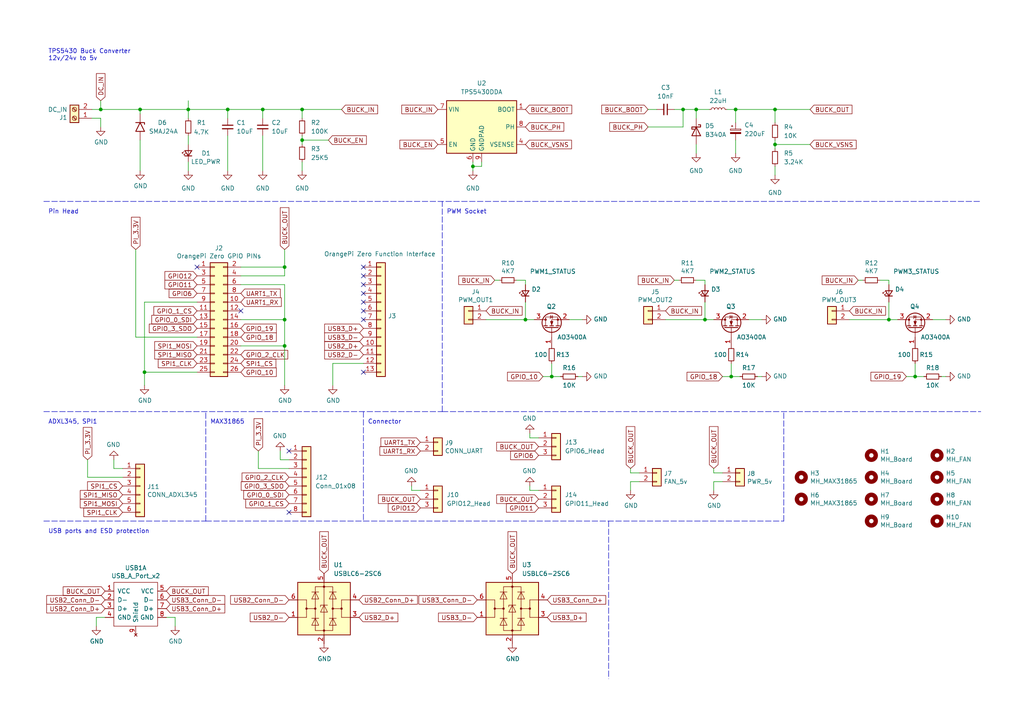
<source format=kicad_sch>
(kicad_sch (version 20211123) (generator eeschema)
  (paper "A4")
  (title_block (title "Orange Juice") (rev "v0.5") (company "Stone Lab - Jerry"))
  (junction (at 54.61 31.75))
  (junction (at 137.16 48.26))
  (junction (at 82.55 77.47))
  (junction (at 224.79 31.75))
  (junction (at 201.93 31.75))
  (junction (at 265.43 109.22))
  (junction (at 152.4 92.71))
  (junction (at 160.02 109.22))
  (junction (at 204.47 92.71))
  (junction (at 76.2 31.75))
  (junction (at 66.04 31.75))
  (junction (at 224.79 41.91))
  (junction (at 82.55 100.33))
  (junction (at 29.21 31.75))
  (junction (at 212.09 109.22))
  (junction (at 41.91 107.95))
  (junction (at 213.36 31.75))
  (junction (at 82.55 92.71))
  (junction (at 198.12 31.75))
  (junction (at 87.63 31.75))
  (junction (at 257.81 92.71))
  (junction (at 87.63 40.64))
  (junction (at 40.64 31.75))
  (no_connect (at 105.41 87.63))
  (no_connect (at 105.41 85.09))
  (no_connect (at 105.41 80.01))
  (no_connect (at 105.41 90.17))
  (no_connect (at 105.41 107.95))
  (no_connect (at 105.41 82.55))
  (no_connect (at 83.82 148.59))
  (no_connect (at 83.82 130.81))
  (no_connect (at 105.41 77.47))
  (no_connect (at 105.41 92.71))
  (no_connect (at 57.15 77.47))
  (no_connect (at 69.85 90.17))
  (wire (pts (xy 255.27 81.28) (xy 257.81 81.28)))
  (wire (pts (xy 139.7 46.99) (xy 139.7 48.26)))
  (polyline (pts (xy 12.7 151.13) (xy 59.69 151.13)))
  (wire (pts (xy 149.86 81.28) (xy 152.4 81.28)))
  (wire (pts (xy 182.88 142.24) (xy 182.88 139.7)))
  (wire (pts (xy 54.61 31.75) (xy 54.61 34.29)))
  (wire (pts (xy 96.52 111.76) (xy 96.52 105.41)))
  (wire (pts (xy 57.15 87.63) (xy 41.91 87.63)))
  (wire (pts (xy 273.05 109.22) (xy 274.32 109.22)))
  (wire (pts (xy 201.93 81.28) (xy 204.47 81.28)))
  (wire (pts (xy 204.47 87.63) (xy 204.47 92.71)))
  (wire (pts (xy 29.21 31.75) (xy 40.64 31.75)))
  (wire (pts (xy 66.04 31.75) (xy 76.2 31.75)))
  (wire (pts (xy 187.96 31.75) (xy 190.5 31.75)))
  (wire (pts (xy 224.79 41.91) (xy 234.95 41.91)))
  (wire (pts (xy 212.09 109.22) (xy 214.63 109.22)))
  (wire (pts (xy 224.79 40.64) (xy 224.79 41.91)))
  (wire (pts (xy 29.21 29.21) (xy 29.21 31.75)))
  (wire (pts (xy 224.79 48.26) (xy 224.79 50.8)))
  (wire (pts (xy 207.01 139.7) (xy 209.55 139.7)))
  (wire (pts (xy 210.82 31.75) (xy 213.36 31.75)))
  (wire (pts (xy 66.04 39.37) (xy 66.04 49.53)))
  (wire (pts (xy 69.85 77.47) (xy 82.55 77.47)))
  (wire (pts (xy 66.04 31.75) (xy 66.04 34.29)))
  (wire (pts (xy 195.58 31.75) (xy 198.12 31.75)))
  (wire (pts (xy 26.67 31.75) (xy 29.21 31.75)))
  (wire (pts (xy 160.02 109.22) (xy 162.56 109.22)))
  (wire (pts (xy 224.79 41.91) (xy 224.79 43.18)))
  (wire (pts (xy 167.64 109.22) (xy 168.91 109.22)))
  (wire (pts (xy 153.67 140.97) (xy 153.67 142.24)))
  (wire (pts (xy 257.81 81.28) (xy 257.81 82.55)))
  (polyline (pts (xy 105.41 119.38) (xy 105.41 151.13)))
  (wire (pts (xy 219.71 109.22) (xy 220.98 109.22)))
  (wire (pts (xy 54.61 46.99) (xy 54.61 49.53)))
  (polyline (pts (xy 128.27 119.38) (xy 128.27 58.42)))
  (wire (pts (xy 198.12 36.83) (xy 198.12 31.75)))
  (wire (pts (xy 76.2 31.75) (xy 87.63 31.75)))
  (wire (pts (xy 257.81 87.63) (xy 257.81 92.71)))
  (wire (pts (xy 54.61 29.21) (xy 54.61 31.75)))
  (wire (pts (xy 143.51 81.28) (xy 144.78 81.28)))
  (wire (pts (xy 25.4 133.35) (xy 25.4 138.43)))
  (wire (pts (xy 41.91 107.95) (xy 41.91 111.76)))
  (wire (pts (xy 224.79 31.75) (xy 234.95 31.75)))
  (wire (pts (xy 137.16 48.26) (xy 137.16 49.53)))
  (wire (pts (xy 160.02 105.41) (xy 160.02 109.22)))
  (wire (pts (xy 74.93 135.89) (xy 83.82 135.89)))
  (wire (pts (xy 246.38 92.71) (xy 257.81 92.71)))
  (wire (pts (xy 33.02 135.89) (xy 35.56 135.89)))
  (wire (pts (xy 57.15 107.95) (xy 41.91 107.95)))
  (wire (pts (xy 153.67 125.73) (xy 153.67 127)))
  (wire (pts (xy 152.4 87.63) (xy 152.4 92.71)))
  (wire (pts (xy 182.88 139.7) (xy 185.42 139.7)))
  (wire (pts (xy 33.02 133.35) (xy 33.02 135.89)))
  (wire (pts (xy 198.12 31.75) (xy 201.93 31.75)))
  (wire (pts (xy 81.28 133.35) (xy 83.82 133.35)))
  (wire (pts (xy 87.63 31.75) (xy 99.06 31.75)))
  (wire (pts (xy 54.61 39.37) (xy 54.61 41.91)))
  (wire (pts (xy 153.67 142.24) (xy 156.21 142.24)))
  (wire (pts (xy 82.55 100.33) (xy 82.55 111.76)))
  (wire (pts (xy 74.93 130.81) (xy 74.93 135.89)))
  (wire (pts (xy 262.89 109.22) (xy 265.43 109.22)))
  (wire (pts (xy 201.93 31.75) (xy 205.74 31.75)))
  (wire (pts (xy 54.61 31.75) (xy 66.04 31.75)))
  (wire (pts (xy 209.55 109.22) (xy 212.09 109.22)))
  (wire (pts (xy 69.85 92.71) (xy 82.55 92.71)))
  (wire (pts (xy 69.85 82.55) (xy 82.55 82.55)))
  (wire (pts (xy 140.97 92.71) (xy 152.4 92.71)))
  (wire (pts (xy 76.2 31.75) (xy 76.2 34.29)))
  (wire (pts (xy 119.38 142.24) (xy 121.92 142.24)))
  (wire (pts (xy 207.01 137.16) (xy 209.55 137.16)))
  (wire (pts (xy 204.47 81.28) (xy 204.47 82.55)))
  (wire (pts (xy 213.36 40.64) (xy 213.36 44.45)))
  (wire (pts (xy 25.4 138.43) (xy 35.56 138.43)))
  (wire (pts (xy 137.16 46.99) (xy 137.16 48.26)))
  (wire (pts (xy 213.36 31.75) (xy 213.36 35.56)))
  (wire (pts (xy 157.48 109.22) (xy 160.02 109.22)))
  (wire (pts (xy 187.96 36.83) (xy 198.12 36.83)))
  (wire (pts (xy 69.85 80.01) (xy 82.55 80.01)))
  (wire (pts (xy 152.4 82.55) (xy 152.4 81.28)))
  (wire (pts (xy 87.63 39.37) (xy 87.63 40.64)))
  (wire (pts (xy 40.64 40.64) (xy 40.64 49.53)))
  (wire (pts (xy 153.67 127) (xy 156.21 127)))
  (wire (pts (xy 39.37 72.39) (xy 39.37 97.79)))
  (polyline (pts (xy 12.7 119.38) (xy 128.27 119.38)))
  (wire (pts (xy 248.92 81.28) (xy 250.19 81.28)))
  (wire (pts (xy 152.4 92.71) (xy 154.94 92.71)))
  (wire (pts (xy 50.8 179.07) (xy 50.8 181.61)))
  (wire (pts (xy 139.7 48.26) (xy 137.16 48.26)))
  (wire (pts (xy 69.85 100.33) (xy 82.55 100.33)))
  (wire (pts (xy 207.01 135.89) (xy 207.01 137.16)))
  (wire (pts (xy 201.93 41.91) (xy 201.93 44.45)))
  (wire (pts (xy 87.63 31.75) (xy 87.63 34.29)))
  (wire (pts (xy 96.52 105.41) (xy 105.41 105.41)))
  (wire (pts (xy 207.01 142.24) (xy 207.01 139.7)))
  (wire (pts (xy 48.26 179.07) (xy 50.8 179.07)))
  (wire (pts (xy 195.58 81.28) (xy 196.85 81.28)))
  (polyline (pts (xy 227.33 151.13) (xy 227.33 119.38)))
  (wire (pts (xy 217.17 92.71) (xy 220.98 92.71)))
  (wire (pts (xy 82.55 77.47) (xy 82.55 72.39)))
  (wire (pts (xy 29.21 34.29) (xy 29.21 36.83)))
  (wire (pts (xy 41.91 87.63) (xy 41.91 107.95)))
  (wire (pts (xy 27.94 179.07) (xy 30.48 179.07)))
  (polyline (pts (xy 105.41 151.13) (xy 227.33 151.13)))
  (wire (pts (xy 224.79 31.75) (xy 224.79 35.56)))
  (wire (pts (xy 40.64 31.75) (xy 54.61 31.75)))
  (wire (pts (xy 27.94 181.61) (xy 27.94 179.07)))
  (wire (pts (xy 212.09 105.41) (xy 212.09 109.22)))
  (wire (pts (xy 193.04 92.71) (xy 204.47 92.71)))
  (wire (pts (xy 201.93 31.75) (xy 201.93 34.29)))
  (wire (pts (xy 265.43 105.41) (xy 265.43 109.22)))
  (wire (pts (xy 76.2 39.37) (xy 76.2 49.53)))
  (wire (pts (xy 82.55 82.55) (xy 82.55 92.71)))
  (wire (pts (xy 82.55 80.01) (xy 82.55 77.47)))
  (wire (pts (xy 165.1 92.71) (xy 168.91 92.71)))
  (wire (pts (xy 82.55 92.71) (xy 82.55 100.33)))
  (wire (pts (xy 87.63 40.64) (xy 87.63 41.91)))
  (wire (pts (xy 87.63 40.64) (xy 95.25 40.64)))
  (wire (pts (xy 257.81 92.71) (xy 260.35 92.71)))
  (wire (pts (xy 40.64 31.75) (xy 40.64 33.02)))
  (polyline (pts (xy 176.53 151.13) (xy 176.53 196.85)))
  (polyline (pts (xy 128.27 119.38) (xy 284.48 119.38)))
  (wire (pts (xy 81.28 130.81) (xy 81.28 133.35)))
  (wire (pts (xy 26.67 34.29) (xy 29.21 34.29)))
  (wire (pts (xy 119.38 140.97) (xy 119.38 142.24)))
  (wire (pts (xy 213.36 31.75) (xy 224.79 31.75)))
  (wire (pts (xy 87.63 46.99) (xy 87.63 49.53)))
  (wire (pts (xy 182.88 135.89) (xy 182.88 137.16)))
  (polyline (pts (xy 12.7 58.42) (xy 284.48 58.42)))
  (wire (pts (xy 39.37 97.79) (xy 57.15 97.79)))
  (wire (pts (xy 182.88 137.16) (xy 185.42 137.16)))
  (polyline (pts (xy 59.69 151.13) (xy 59.69 119.38)))
  (polyline (pts (xy 59.69 151.13) (xy 105.41 151.13)))
  (wire (pts (xy 270.51 92.71) (xy 274.32 92.71)))
  (wire (pts (xy 265.43 109.22) (xy 267.97 109.22)))
  (wire (pts (xy 204.47 92.71) (xy 207.01 92.71)))
  (text "TPS5430 Buck Converter\n12v/24v to 5v" (at 13.97 17.78 0) (effects (font (size 1.27 1.27)) (justify left bottom)))
  (text "Connector" (at 106.68 123.19 0) (effects (font (size 1.27 1.27)) (justify left bottom)))
  (text "Pin Head" (at 13.97 62.23 0) (effects (font (size 1.27 1.27)) (justify left bottom)))
  (text "USB ports and ESD protection" (at 13.97 154.94 0) (effects (font (size 1.27 1.27)) (justify left bottom)))
  (text "ADXL345, SPI1" (at 13.97 123.19 0) (effects (font (size 1.27 1.27)) (justify left bottom)))
  (text "MAX31865" (at 60.96 123.19 0) (effects (font (size 1.27 1.27)) (justify left bottom)))
  (text "PWM Socket" (at 129.54 62.23 0) (effects (font (size 1.27 1.27)) (justify left bottom)))
  (global_label "USB3_Conn_D-" (shape input) (at 138.43 173.99 180) (property "Intersheet References" "${INTERSHEET_REFS}" (effects hide)))
  (global_label "GPIO_1_CS" (shape input) (at 57.15 90.17 180) (property "Intersheet References" "${INTERSHEET_REFS}" (effects hide)))
  (global_label "GPIO_19" (shape input) (at 69.85 95.25 0) (property "Intersheet References" "${INTERSHEET_REFS}" (effects hide)))
  (global_label "USB2_D-" (shape input) (at 105.41 102.87 180) (property "Intersheet References" "${INTERSHEET_REFS}" (effects hide)))
  (global_label "USB2_D+" (shape input) (at 104.14 179.07 0) (property "Intersheet References" "${INTERSHEET_REFS}" (effects hide)))
  (global_label "GPIO_10" (shape input) (at 69.85 107.95 0) (property "Intersheet References" "${INTERSHEET_REFS}" (effects hide)))
  (global_label "GPIO12" (shape input) (at 121.92 147.32 180) (property "Intersheet References" "${INTERSHEET_REFS}" (effects hide)))
  (global_label "USB3_D+" (shape input) (at 158.75 179.07 0) (property "Intersheet References" "${INTERSHEET_REFS}" (effects hide)))
  (global_label "SPI1_MISO" (shape input) (at 57.15 102.87 180) (property "Intersheet References" "${INTERSHEET_REFS}" (effects hide)))
  (global_label "BUCK_IN" (shape input) (at 246.38 90.17 0) (property "Intersheet References" "${INTERSHEET_REFS}" (effects hide)))
  (global_label "BUCK_IN" (shape input) (at 193.04 90.17 0) (property "Intersheet References" "${INTERSHEET_REFS}" (effects hide)))
  (global_label "BUCK_OUT" (shape input) (at 82.55 72.39 90) (property "Intersheet References" "${INTERSHEET_REFS}" (effects hide)))
  (global_label "SPI1_MOSI" (shape input) (at 35.56 146.05 180) (property "Intersheet References" "${INTERSHEET_REFS}" (effects hide)))
  (global_label "UART1_TX" (shape input) (at 69.85 85.09 0) (property "Intersheet References" "${INTERSHEET_REFS}" (effects hide)))
  (global_label "USB2_Conn_D+" (shape input) (at 104.14 173.99 0) (property "Intersheet References" "${INTERSHEET_REFS}" (effects hide)))
  (global_label "USB3_Conn_D-" (shape input) (at 48.26 173.99 0) (property "Intersheet References" "${INTERSHEET_REFS}" (effects hide)))
  (global_label "BUCK_VSNS" (shape input) (at 234.95 41.91 0) (property "Intersheet References" "${INTERSHEET_REFS}" (effects hide)))
  (global_label "GPIO6" (shape input) (at 156.21 132.08 180) (property "Intersheet References" "${INTERSHEET_REFS}" (effects hide)))
  (global_label "BUCK_OUT" (shape input) (at 182.88 135.89 90) (property "Intersheet References" "${INTERSHEET_REFS}" (effects hide)))
  (global_label "SPI1_MISO" (shape input) (at 35.56 143.51 180) (property "Intersheet References" "${INTERSHEET_REFS}" (effects hide)))
  (global_label "BUCK_VSNS" (shape input) (at 152.4 41.91 0) (property "Intersheet References" "${INTERSHEET_REFS}" (effects hide)))
  (global_label "BUCK_PH" (shape input) (at 187.96 36.83 180) (property "Intersheet References" "${INTERSHEET_REFS}" (effects hide)))
  (global_label "USB3_D-" (shape input) (at 138.43 179.07 180) (property "Intersheet References" "${INTERSHEET_REFS}" (effects hide)))
  (global_label "BUCK_OUT" (shape input) (at 121.92 144.78 180) (property "Intersheet References" "${INTERSHEET_REFS}" (effects hide)))
  (global_label "USB2_Conn_D-" (shape input) (at 83.82 173.99 180) (property "Intersheet References" "${INTERSHEET_REFS}" (effects hide)))
  (global_label "USB2_Conn_D-" (shape input) (at 30.48 173.99 180) (property "Intersheet References" "${INTERSHEET_REFS}" (effects hide)))
  (global_label "SPI1_CLK" (shape input) (at 35.56 148.59 180) (property "Intersheet References" "${INTERSHEET_REFS}" (effects hide)))
  (global_label "PI_3.3V" (shape input) (at 25.4 133.35 90) (property "Intersheet References" "${INTERSHEET_REFS}" (effects hide)))
  (global_label "BUCK_IN" (shape input) (at 99.06 31.75 0) (property "Intersheet References" "${INTERSHEET_REFS}" (effects hide)))
  (global_label "USB2_Conn_D+" (shape input) (at 30.48 176.53 180) (property "Intersheet References" "${INTERSHEET_REFS}" (effects hide)))
  (global_label "USB2_D-" (shape input) (at 83.82 179.07 180) (property "Intersheet References" "${INTERSHEET_REFS}" (effects hide)))
  (global_label "BUCK_OUT" (shape input) (at 156.21 144.78 180) (property "Intersheet References" "${INTERSHEET_REFS}" (effects hide)))
  (global_label "BUCK_EN" (shape input) (at 127 41.91 180) (property "Intersheet References" "${INTERSHEET_REFS}" (effects hide)))
  (global_label "GPIO_0_SDI" (shape input) (at 57.15 92.71 180) (property "Intersheet References" "${INTERSHEET_REFS}" (effects hide)))
  (global_label "GPIO_2_CLK" (shape input) (at 69.85 102.87 0) (property "Intersheet References" "${INTERSHEET_REFS}" (effects hide)))
  (global_label "BUCK_EN" (shape input) (at 95.25 40.64 0) (property "Intersheet References" "${INTERSHEET_REFS}" (effects hide)))
  (global_label "BUCK_IN" (shape input) (at 248.92 81.28 180) (property "Intersheet References" "${INTERSHEET_REFS}" (effects hide)))
  (global_label "GPIO_0_SDI" (shape input) (at 83.82 143.51 180) (property "Intersheet References" "${INTERSHEET_REFS}" (effects hide)))
  (global_label "BUCK_PH" (shape input) (at 152.4 36.83 0) (property "Intersheet References" "${INTERSHEET_REFS}" (effects hide)))
  (global_label "GPIO_18" (shape input) (at 209.55 109.22 180) (property "Intersheet References" "${INTERSHEET_REFS}" (effects hide)))
  (global_label "GPIO_19" (shape input) (at 262.89 109.22 180) (property "Intersheet References" "${INTERSHEET_REFS}" (effects hide)))
  (global_label "BUCK_OUT" (shape input) (at 156.21 129.54 180) (property "Intersheet References" "${INTERSHEET_REFS}" (effects hide)))
  (global_label "BUCK_BOOT" (shape input) (at 187.96 31.75 180) (property "Intersheet References" "${INTERSHEET_REFS}" (effects hide)))
  (global_label "BUCK_OUT" (shape input) (at 93.98 166.37 90) (property "Intersheet References" "${INTERSHEET_REFS}" (effects hide)))
  (global_label "PI_3.3V" (shape input) (at 74.93 130.81 90) (property "Intersheet References" "${INTERSHEET_REFS}" (effects hide)))
  (global_label "BUCK_IN" (shape input) (at 195.58 81.28 180) (property "Intersheet References" "${INTERSHEET_REFS}" (effects hide)))
  (global_label "SPI1_CS" (shape input) (at 69.85 105.41 0) (property "Intersheet References" "${INTERSHEET_REFS}" (effects hide)))
  (global_label "BUCK_OUT" (shape input) (at 207.01 135.89 90) (property "Intersheet References" "${INTERSHEET_REFS}" (effects hide)))
  (global_label "GPIO_2_CLK" (shape input) (at 83.82 138.43 180) (property "Intersheet References" "${INTERSHEET_REFS}" (effects hide)))
  (global_label "GPIO_1_CS" (shape input) (at 83.82 146.05 180) (property "Intersheet References" "${INTERSHEET_REFS}" (effects hide)))
  (global_label "GPIO12" (shape input) (at 57.15 80.01 180) (property "Intersheet References" "${INTERSHEET_REFS}" (effects hide)))
  (global_label "BUCK_OUT" (shape input) (at 148.59 166.37 90) (property "Intersheet References" "${INTERSHEET_REFS}" (effects hide)))
  (global_label "PI_3.3V" (shape input) (at 39.37 72.39 90) (property "Intersheet References" "${INTERSHEET_REFS}" (effects hide)))
  (global_label "GPIO11" (shape input) (at 57.15 82.55 180) (property "Intersheet References" "${INTERSHEET_REFS}" (effects hide)))
  (global_label "DC_IN" (shape input) (at 29.21 29.21 90) (property "Intersheet References" "${INTERSHEET_REFS}" (effects hide)))
  (global_label "UART1_TX" (shape input) (at 121.92 128.27 180) (property "Intersheet References" "${INTERSHEET_REFS}" (effects hide)))
  (global_label "SPI1_CS" (shape input) (at 35.56 140.97 180) (property "Intersheet References" "${INTERSHEET_REFS}" (effects hide)))
  (global_label "BUCK_IN" (shape input) (at 143.51 81.28 180) (property "Intersheet References" "${INTERSHEET_REFS}" (effects hide)))
  (global_label "BUCK_OUT" (shape input) (at 234.95 31.75 0) (property "Intersheet References" "${INTERSHEET_REFS}" (effects hide)))
  (global_label "GPIO_18" (shape input) (at 69.85 97.79 0) (property "Intersheet References" "${INTERSHEET_REFS}" (effects hide)))
  (global_label "GPIO_3_SDO" (shape input) (at 57.15 95.25 180) (property "Intersheet References" "${INTERSHEET_REFS}" (effects hide)))
  (global_label "USB2_D+" (shape input) (at 105.41 100.33 180) (property "Intersheet References" "${INTERSHEET_REFS}" (effects hide)))
  (global_label "BUCK_BOOT" (shape input) (at 152.4 31.75 0) (property "Intersheet References" "${INTERSHEET_REFS}" (effects hide)))
  (global_label "GPIO6" (shape input) (at 57.15 85.09 180) (property "Intersheet References" "${INTERSHEET_REFS}" (effects hide)))
  (global_label "USB3_D+" (shape input) (at 105.41 95.25 180) (property "Intersheet References" "${INTERSHEET_REFS}" (effects hide)))
  (global_label "BUCK_OUT" (shape input) (at 30.48 171.45 180) (property "Intersheet References" "${INTERSHEET_REFS}" (effects hide)))
  (global_label "USB3_Conn_D+" (shape input) (at 158.75 173.99 0) (property "Intersheet References" "${INTERSHEET_REFS}" (effects hide)))
  (global_label "BUCK_OUT" (shape input) (at 48.26 171.45 0) (property "Intersheet References" "${INTERSHEET_REFS}" (effects hide)))
  (global_label "UART1_RX" (shape input) (at 121.92 130.81 180) (property "Intersheet References" "${INTERSHEET_REFS}" (effects hide)))
  (global_label "SPI1_MOSI" (shape input) (at 57.15 100.33 180) (property "Intersheet References" "${INTERSHEET_REFS}" (effects hide)))
  (global_label "BUCK_IN" (shape input) (at 127 31.75 180) (property "Intersheet References" "${INTERSHEET_REFS}" (effects hide)))
  (global_label "GPIO_3_SDO" (shape input) (at 83.82 140.97 180) (property "Intersheet References" "${INTERSHEET_REFS}" (effects hide)))
  (global_label "BUCK_IN" (shape input) (at 140.97 90.17 0) (property "Intersheet References" "${INTERSHEET_REFS}" (effects hide)))
  (global_label "USB3_D-" (shape input) (at 105.41 97.79 180) (property "Intersheet References" "${INTERSHEET_REFS}" (effects hide)))
  (global_label "UART1_RX" (shape input) (at 69.85 87.63 0) (property "Intersheet References" "${INTERSHEET_REFS}" (effects hide)))
  (global_label "GPIO_10" (shape input) (at 157.48 109.22 180) (property "Intersheet References" "${INTERSHEET_REFS}" (effects hide)))
  (global_label "SPI1_CLK" (shape input) (at 57.15 105.41 180) (property "Intersheet References" "${INTERSHEET_REFS}" (effects hide)))
  (global_label "USB3_Conn_D+" (shape input) (at 48.26 176.53 0) (property "Intersheet References" "${INTERSHEET_REFS}" (effects hide)))
  (global_label "GPIO11" (shape input) (at 156.21 147.32 180) (property "Intersheet References" "${INTERSHEET_REFS}" (effects hide)))
  (symbol (lib_id "orange_juice_board-rescue:Conn_02x13_Odd_Even-Connector_Generic-OrangePiZeroExtentionBoard-rescue-orange_juice_board-rescue") (at 62.23 92.71 0) (unit 1)
    (property "Reference" "J2" (at 63.5 71.9582 0))
    (property "Value" "OrangePi Zero GPIO PINs" (at 63.5 74.2696 0))
    (property "Footprint" "Connector_PinSocket_2.54mm:PinSocket_2x13_P2.54mm_Vertical" (effects hide))
    (property "Footprint" "Connector_PinSocket_2.54mm:PinSocket_2x13_P2.54mm_Vertical" (effects hide))
    (property "Reference" "J2" (effects hide))
    (property "Value" "OrangePi Zero GPIO PINs" (effects hide))
  )
  (symbol (lib_id "orange_juice_board-rescue:R_Small-Device-OrangePiZeroExtentionBoard-rescue-orange_juice_board-rescue") (at 160.02 102.87 0) (unit 1)
    (property "Reference" "R13" (at 161.29 102.87 0) (effects (justify left)))
    (property "Value" "100" (at 154.94 102.87 0) (effects (justify left)))
    (property "Footprint" "Resistor_SMD:R_0805_2012Metric" (effects hide))
    (property "Footprint" "Resistor_SMD:R_0805_2012Metric" (effects hide))
    (property "Reference" "R13" (effects hide))
    (property "Value" "100" (effects hide))
    (property "LCSC Part#" "C105577" (effects hide))
  )
  (symbol (lib_id "orange_juice_board-rescue:R_Small-Device-OrangePiZeroExtentionBoard-rescue-orange_juice_board-rescue") (at 165.1 109.22 270) (unit 1)
    (property "Reference" "R16" (at 165.1 106.68 90))
    (property "Value" "10K" (at 165.1 111.76 90))
    (property "Footprint" "Resistor_SMD:R_0805_2012Metric" (effects hide))
    (property "Footprint" "Resistor_SMD:R_0805_2012Metric" (effects hide))
    (property "Reference" "R16" (effects hide))
    (property "Value" "10K" (effects hide))
    (property "LCSC Part#" "C84376" (effects hide))
  )
  (symbol (lib_id "orange_juice_board-rescue:GND-power-OrangePiZeroExtentionBoard-rescue-orange_juice_board-rescue") (at 41.91 111.76 0) (unit 1)
    (property "Reference" "#PWR017" (effects hide))
    (property "Value" "GND" (at 42.037 116.1542 0))
  )
  (symbol (lib_id "orange_juice_board-rescue:GND-power-OrangePiZeroExtentionBoard-rescue-orange_juice_board-rescue") (at 82.55 111.76 0) (unit 1)
    (property "Reference" "#PWR018" (effects hide))
    (property "Value" "GND" (at 82.677 116.1542 0))
  )
  (symbol (lib_id "orange_juice_board-rescue:Conn_01x13-Connector_Generic-OrangePiZeroExtentionBoard-rescue-orange_juice_board-rescue") (at 110.49 92.71 0) (unit 1)
    (property "Reference" "J3" (at 112.522 91.6432 0) (effects (justify left)))
    (property "Value" "OrangePi Zero Function Interface" (at 93.98 73.66 0) (effects (justify left)))
    (property "Footprint" "Connector_PinSocket_2.54mm:PinSocket_1x13_P2.54mm_Vertical" (effects hide))
    (property "Footprint" "Connector_PinSocket_2.54mm:PinSocket_1x13_P2.54mm_Vertical" (effects hide))
    (property "Reference" "J3" (effects hide))
    (property "Value" "OrangePi Zero Function Interface" (effects hide))
  )
  (symbol (lib_id "orange_juice_board-rescue:GND-power-OrangePiZeroExtentionBoard-rescue-orange_juice_board-rescue") (at 96.52 111.76 0) (unit 1)
    (property "Reference" "#PWR019" (effects hide))
    (property "Value" "GND" (at 96.647 116.1542 0))
  )
  (symbol (lib_id "orange_juice_board-rescue:GND-power-OrangePiZeroExtentionBoard-rescue-orange_juice_board-rescue") (at 168.91 109.22 90) (unit 1)
    (property "Reference" "#PWR021" (effects hide))
    (property "Value" "GND" (at 172.1612 109.093 90) (effects (justify right)))
  )
  (symbol (lib_id "orange_juice_board-rescue:Conn_01x06-Connector_Generic-OrangePiZeroExtentionBoard-rescue-orange_juice_board-rescue") (at 40.64 140.97 0) (unit 1)
    (property "Reference" "J11" (at 42.672 141.1732 0) (effects (justify left)))
    (property "Value" "CONN_ADXL345" (at 42.672 143.4846 0) (effects (justify left)))
    (property "Footprint" "Connector_JST:JST_XH_B6B-XH-A_1x06_P2.50mm_Vertical" (effects hide))
    (property "Footprint" "Connector_JST:JST_XH_B6B-XH-A_1x06_P2.50mm_Vertical" (effects hide))
    (property "Reference" "J11" (effects hide))
    (property "Value" "CONN_ADXL345" (effects hide))
    (property "LCSC Part#" "C144397" (effects hide))
  )
  (symbol (lib_id "orange_juice_board-rescue:R_Small-Device-OrangePiZeroExtentionBoard-rescue-orange_juice_board-rescue") (at 212.09 102.87 0) (unit 1)
    (property "Reference" "R14" (at 213.36 102.87 0) (effects (justify left)))
    (property "Value" "100" (at 207.01 102.87 0) (effects (justify left)))
    (property "Footprint" "Resistor_SMD:R_0805_2012Metric" (effects hide))
    (property "Footprint" "Resistor_SMD:R_0805_2012Metric" (effects hide))
    (property "Reference" "R14" (effects hide))
    (property "Value" "100" (effects hide))
    (property "LCSC Part#" "C105577" (effects hide))
  )
  (symbol (lib_id "orange_juice_board-rescue:R_Small-Device-OrangePiZeroExtentionBoard-rescue-orange_juice_board-rescue") (at 217.17 109.22 270) (unit 1)
    (property "Reference" "R17" (at 217.17 106.68 90))
    (property "Value" "10K" (at 217.17 111.76 90))
    (property "Footprint" "Resistor_SMD:R_0805_2012Metric" (effects hide))
    (property "Footprint" "Resistor_SMD:R_0805_2012Metric" (effects hide))
    (property "Reference" "R17" (effects hide))
    (property "Value" "10K" (effects hide))
    (property "LCSC Part#" "C84376" (effects hide))
  )
  (symbol (lib_id "orange_juice_board-rescue:GND-power-OrangePiZeroExtentionBoard-rescue-orange_juice_board-rescue") (at 220.98 109.22 90) (unit 1)
    (property "Reference" "#PWR022" (effects hide))
    (property "Value" "GND" (at 224.2312 109.093 90) (effects (justify right)))
  )
  (symbol (lib_id "orange_juice_board-rescue:GND-power-OrangePiZeroExtentionBoard-rescue-orange_juice_board-rescue") (at 33.02 133.35 180) (unit 1)
    (property "Reference" "#PWR025" (effects hide))
    (property "Value" "GND" (at 32.893 128.9558 0))
  )
  (symbol (lib_id "orange_juice_board-rescue:R_Small-Device-OrangePiZeroExtentionBoard-rescue-orange_juice_board-rescue") (at 265.43 102.87 0) (unit 1)
    (property "Reference" "R15" (at 266.7 102.87 0) (effects (justify left)))
    (property "Value" "100" (at 260.35 102.87 0) (effects (justify left)))
    (property "Footprint" "Resistor_SMD:R_0805_2012Metric" (effects hide))
    (property "Footprint" "Resistor_SMD:R_0805_2012Metric" (effects hide))
    (property "Reference" "R15" (effects hide))
    (property "Value" "100" (effects hide))
    (property "LCSC Part#" "C105577" (effects hide))
  )
  (symbol (lib_id "orange_juice_board-rescue:R_Small-Device-OrangePiZeroExtentionBoard-rescue-orange_juice_board-rescue") (at 270.51 109.22 270) (unit 1)
    (property "Reference" "R18" (at 270.51 106.68 90))
    (property "Value" "10K" (at 270.51 111.76 90))
    (property "Footprint" "Resistor_SMD:R_0805_2012Metric" (effects hide))
    (property "Footprint" "Resistor_SMD:R_0805_2012Metric" (effects hide))
    (property "Reference" "R18" (effects hide))
    (property "Value" "10K" (effects hide))
    (property "LCSC Part#" "C84376" (effects hide))
  )
  (symbol (lib_id "orange_juice_board-rescue:GND-power-OrangePiZeroExtentionBoard-rescue-orange_juice_board-rescue") (at 274.32 109.22 90) (unit 1)
    (property "Reference" "#PWR023" (effects hide))
    (property "Value" "GND" (at 277.5712 109.093 90) (effects (justify right)))
  )
  (symbol (lib_id "orange_juice_board-rescue:GND-power-OrangePiZeroExtentionBoard-rescue-orange_juice_board-rescue") (at 81.28 130.81 180) (unit 1)
    (property "Reference" "#PWR027" (effects hide))
    (property "Value" "GND" (at 81.153 126.4158 0))
  )
  (symbol (lib_id "orange_juice_board-rescue:Conn_01x02-Connector_Generic-OrangePiZeroExtentionBoard-rescue-orange_juice_board-rescue") (at 190.5 137.16 0) (unit 1)
    (property "Reference" "J7" (at 192.532 137.3632 0) (effects (justify left)))
    (property "Value" "FAN_5v" (at 192.532 139.6746 0) (effects (justify left)))
    (property "Footprint" "Connector_JST:JST_XH_B2B-XH-A_1x02_P2.50mm_Vertical" (effects hide))
    (property "Footprint" "Connector_JST:JST_XH_B2B-XH-A_1x02_P2.50mm_Vertical" (effects hide))
    (property "Reference" "J7" (effects hide))
    (property "Value" "FAN_5v" (effects hide))
    (property "LCSC Part#" "C158012" (effects hide))
  )
  (symbol (lib_id "orange_juice_board-rescue:GND-power-OrangePiZeroExtentionBoard-rescue-orange_juice_board-rescue") (at 182.88 142.24 0) (unit 1)
    (property "Reference" "#PWR031" (effects hide))
    (property "Value" "GND" (at 183.007 146.6342 0))
  )
  (symbol (lib_id "orange_juice_board-rescue:Conn_01x02-Connector_Generic-OrangePiZeroExtentionBoard-rescue-orange_juice_board-rescue") (at 127 128.27 0) (unit 1)
    (property "Reference" "J9" (at 129.032 128.4732 0) (effects (justify left)))
    (property "Value" "CONN_UART" (at 129.032 130.7846 0) (effects (justify left)))
    (property "Footprint" "Connector_JST:JST_XH_B2B-XH-A_1x02_P2.50mm_Vertical" (effects hide))
    (property "Footprint" "Connector_JST:JST_XH_B2B-XH-A_1x02_P2.50mm_Vertical" (effects hide))
    (property "Reference" "J9" (effects hide))
    (property "Value" "CONN_UART" (effects hide))
    (property "LCSC Part#" "C158012" (effects hide))
  )
  (symbol (lib_id "orange_juice_board-rescue:Conn_01x02-Connector_Generic-OrangePiZeroExtentionBoard-rescue-orange_juice_board-rescue") (at 214.63 137.16 0) (unit 1)
    (property "Reference" "J8" (at 216.662 137.3632 0) (effects (justify left)))
    (property "Value" "PWR_5v" (at 216.662 139.6746 0) (effects (justify left)))
    (property "Footprint" "Connector_JST:JST_XH_B2B-XH-A_1x02_P2.50mm_Vertical" (effects hide))
    (property "Footprint" "Connector_JST:JST_XH_B2B-XH-A_1x02_P2.50mm_Vertical" (effects hide))
    (property "Reference" "J8" (effects hide))
    (property "Value" "PWR_5v" (effects hide))
    (property "LCSC Part#" "C158012" (effects hide))
  )
  (symbol (lib_id "orange_juice_board-rescue:GND-power-OrangePiZeroExtentionBoard-rescue-orange_juice_board-rescue") (at 207.01 142.24 0) (unit 1)
    (property "Reference" "#PWR032" (effects hide))
    (property "Value" "GND" (at 207.137 146.6342 0))
  )
  (symbol (lib_id "Mechanical:MountingHole") (at 271.78 132.08 0) (unit 1)
    (property "Reference" "H2" (at 274.32 130.9116 0) (effects (justify left)))
    (property "Value" "MH_FAN" (at 274.32 133.223 0) (effects (justify left)))
    (property "Footprint" "MountingHole:MountingHole_3.2mm_M3" (effects hide))
    (property "Footprint" "MountingHole:MountingHole_3.2mm_M3" (effects hide))
    (property "Reference" "H2" (effects hide))
    (property "Value" "MH_FAN" (effects hide))
  )
  (symbol (lib_id "Mechanical:MountingHole") (at 271.78 138.43 0) (unit 1)
    (property "Reference" "H5" (at 274.32 137.2616 0) (effects (justify left)))
    (property "Value" "MH_FAN" (at 274.32 139.573 0) (effects (justify left)))
    (property "Footprint" "MountingHole:MountingHole_3.2mm_M3" (effects hide))
    (property "Footprint" "MountingHole:MountingHole_3.2mm_M3" (effects hide))
    (property "Reference" "H5" (effects hide))
    (property "Value" "MH_FAN" (effects hide))
  )
  (symbol (lib_id "Mechanical:MountingHole") (at 271.78 144.78 0) (unit 1)
    (property "Reference" "H8" (at 274.32 143.6116 0) (effects (justify left)))
    (property "Value" "MH_FAN" (at 274.32 145.923 0) (effects (justify left)))
    (property "Footprint" "MountingHole:MountingHole_3.2mm_M3" (effects hide))
    (property "Footprint" "MountingHole:MountingHole_3.2mm_M3" (effects hide))
    (property "Reference" "H8" (effects hide))
    (property "Value" "MH_FAN" (effects hide))
  )
  (symbol (lib_id "Mechanical:MountingHole") (at 271.78 151.13 0) (unit 1)
    (property "Reference" "H10" (at 274.32 149.9616 0) (effects (justify left)))
    (property "Value" "MH_FAN" (at 274.32 152.273 0) (effects (justify left)))
    (property "Footprint" "MountingHole:MountingHole_3.2mm_M3" (effects hide))
    (property "Footprint" "MountingHole:MountingHole_3.2mm_M3" (effects hide))
    (property "Reference" "H10" (effects hide))
    (property "Value" "MH_FAN" (effects hide))
  )
  (symbol (lib_id "Mechanical:MountingHole") (at 232.41 138.43 0) (unit 1)
    (property "Reference" "H3" (at 234.95 137.2616 0) (effects (justify left)))
    (property "Value" "MH_MAX31865" (at 234.95 139.573 0) (effects (justify left)))
    (property "Footprint" "MountingHole:MountingHole_3.2mm_M3" (effects hide))
    (property "Footprint" "MountingHole:MountingHole_3.2mm_M3" (effects hide))
    (property "Reference" "H3" (effects hide))
    (property "Value" "MH_MAX31865" (effects hide))
  )
  (symbol (lib_id "Mechanical:MountingHole") (at 232.41 144.78 0) (unit 1)
    (property "Reference" "H6" (at 234.95 143.6116 0) (effects (justify left)))
    (property "Value" "MH_MAX31865" (at 234.95 145.923 0) (effects (justify left)))
    (property "Footprint" "MountingHole:MountingHole_3.2mm_M3" (effects hide))
    (property "Footprint" "MountingHole:MountingHole_3.2mm_M3" (effects hide))
    (property "Reference" "H6" (effects hide))
    (property "Value" "MH_MAX31865" (effects hide))
  )
  (symbol (lib_id "Mechanical:MountingHole") (at 252.73 132.08 0) (unit 1)
    (property "Reference" "H1" (at 255.27 130.9116 0) (effects (justify left)))
    (property "Value" "MH_Board" (at 255.27 133.223 0) (effects (justify left)))
    (property "Footprint" "MountingHole:MountingHole_2.5mm" (effects hide))
    (property "Footprint" "MountingHole:MountingHole_2.5mm" (effects hide))
    (property "Reference" "H1" (effects hide))
    (property "Value" "MH_Board" (effects hide))
  )
  (symbol (lib_id "Mechanical:MountingHole") (at 252.73 138.43 0) (unit 1)
    (property "Reference" "H4" (at 255.27 137.2616 0) (effects (justify left)))
    (property "Value" "MH_Board" (at 255.27 139.573 0) (effects (justify left)))
    (property "Footprint" "MountingHole:MountingHole_2.5mm" (effects hide))
    (property "Footprint" "MountingHole:MountingHole_2.5mm" (effects hide))
    (property "Reference" "H4" (effects hide))
    (property "Value" "MH_Board" (effects hide))
  )
  (symbol (lib_id "Mechanical:MountingHole") (at 252.73 144.78 0) (unit 1)
    (property "Reference" "H7" (at 255.27 143.6116 0) (effects (justify left)))
    (property "Value" "MH_Board" (at 255.27 145.923 0) (effects (justify left)))
    (property "Footprint" "MountingHole:MountingHole_2.5mm" (effects hide))
    (property "Footprint" "MountingHole:MountingHole_2.5mm" (effects hide))
    (property "Reference" "H7" (effects hide))
    (property "Value" "MH_Board" (effects hide))
  )
  (symbol (lib_id "Mechanical:MountingHole") (at 252.73 151.13 0) (unit 1)
    (property "Reference" "H9" (at 255.27 149.9616 0) (effects (justify left)))
    (property "Value" "MH_Board" (at 255.27 152.273 0) (effects (justify left)))
    (property "Footprint" "MountingHole:MountingHole_2.5mm" (effects hide))
    (property "Footprint" "MountingHole:MountingHole_2.5mm" (effects hide))
    (property "Reference" "H9" (effects hide))
    (property "Value" "MH_Board" (effects hide))
  )
  (symbol (lib_id "orange_juice_board-rescue:AO3400A-Transistor_FET-OrangePiZeroExtentionBoard-rescue-orange_juice_board-rescue") (at 160.02 95.25 90) (unit 1)
    (property "Reference" "Q2" (at 161.29 88.9 90) (effects (justify left)))
    (property "Value" "AO3400A" (at 170.18 97.79 90) (effects (justify left)))
    (property "Footprint" "Package_TO_SOT_SMD:SOT-23" (effects hide))
    (property "Datasheet" "http://www.aosmd.com/pdfs/datasheet/AO3400A.pdf" (effects hide))
    (property "Datasheet" "http://www.aosmd.com/pdfs/datasheet/AO3400A.pdf" (effects hide))
    (property "Footprint" "Package_TO_SOT_SMD:SOT-23" (effects hide))
    (property "Reference" "Q2" (effects hide))
    (property "Value" "AO3400A" (effects hide))
    (property "LCSC Part#" "C700953" (effects hide))
  )
  (symbol (lib_id "orange_juice_board-rescue:GND-power-OrangePiZeroExtentionBoard-rescue-orange_juice_board-rescue") (at 168.91 92.71 90) (unit 1)
    (property "Reference" "#PWR014" (effects hide))
    (property "Value" "GND" (at 172.1612 92.583 90) (effects (justify right)))
  )
  (symbol (lib_id "orange_juice_board-rescue:Conn_01x02-Connector_Generic-OrangePiZeroExtentionBoard-rescue-orange_juice_board-rescue") (at 135.89 90.17 0) (mirror y) (unit 1)
    (property "Reference" "J4" (at 137.9728 84.6582 0))
    (property "Value" "PWM_OUT1" (at 137.9728 86.9696 0))
    (property "Footprint" "Connector_JST:JST_XH_B2B-XH-A_1x02_P2.50mm_Vertical" (effects hide))
    (property "Footprint" "Connector_JST:JST_XH_B2B-XH-A_1x02_P2.50mm_Vertical" (effects hide))
    (property "Reference" "J4" (effects hide))
    (property "Value" "PWM_OUT1" (effects hide))
    (property "LCSC Part#" "C158012" (effects hide))
  )
  (symbol (lib_id "orange_juice_board-rescue:LED_Small-Device-OrangePiZeroExtentionBoard-rescue-orange_juice_board-rescue") (at 152.4 85.09 90) (unit 1)
    (property "Reference" "D2" (at 154.178 83.9216 90) (effects (justify right)))
    (property "Value" "PWM1_STATUS" (at 153.67 78.74 90) (effects (justify right)))
    (property "Footprint" "LED_SMD:LED_0805_2012Metric" (effects hide))
    (property "Footprint" "LED_SMD:LED_0805_2012Metric" (effects hide))
    (property "Reference" "D2" (effects hide))
    (property "Value" "PWM1_STATUS" (effects hide))
    (property "LCSC Part#" "C84260" (effects hide))
  )
  (symbol (lib_id "orange_juice_board-rescue:R_Small-Device-OrangePiZeroExtentionBoard-rescue-orange_juice_board-rescue") (at 147.32 81.28 270) (unit 1)
    (property "Reference" "R10" (at 147.32 76.3016 90))
    (property "Value" "4K7" (at 147.32 78.613 90))
    (property "Footprint" "Resistor_SMD:R_0805_2012Metric" (effects hide))
    (property "Footprint" "Resistor_SMD:R_0805_2012Metric" (effects hide))
    (property "Reference" "R10" (effects hide))
    (property "Value" "4K7" (effects hide))
    (property "LCSC Part#" "C60816" (effects hide))
  )
  (symbol (lib_id "orange_juice_board-rescue:AO3400A-Transistor_FET-OrangePiZeroExtentionBoard-rescue-orange_juice_board-rescue") (at 212.09 95.25 90) (unit 1)
    (property "Reference" "Q3" (at 213.36 88.9 90) (effects (justify left)))
    (property "Value" "AO3400A" (at 222.25 97.79 90) (effects (justify left)))
    (property "Footprint" "Package_TO_SOT_SMD:SOT-23" (effects hide))
    (property "Datasheet" "http://www.aosmd.com/pdfs/datasheet/AO3400A.pdf" (effects hide))
    (property "Datasheet" "http://www.aosmd.com/pdfs/datasheet/AO3400A.pdf" (effects hide))
    (property "Footprint" "Package_TO_SOT_SMD:SOT-23" (effects hide))
    (property "Reference" "Q3" (effects hide))
    (property "Value" "AO3400A" (effects hide))
    (property "LCSC Part#" "C700953" (effects hide))
  )
  (symbol (lib_id "orange_juice_board-rescue:GND-power-OrangePiZeroExtentionBoard-rescue-orange_juice_board-rescue") (at 220.98 92.71 90) (unit 1)
    (property "Reference" "#PWR015" (effects hide))
    (property "Value" "GND" (at 224.2312 92.583 90) (effects (justify right)))
  )
  (symbol (lib_id "orange_juice_board-rescue:Conn_01x02-Connector_Generic-OrangePiZeroExtentionBoard-rescue-orange_juice_board-rescue") (at 187.96 90.17 0) (mirror y) (unit 1)
    (property "Reference" "J5" (at 190.0428 84.6582 0))
    (property "Value" "PWM_OUT2" (at 190.0428 86.9696 0))
    (property "Footprint" "Connector_JST:JST_XH_B2B-XH-A_1x02_P2.50mm_Vertical" (effects hide))
    (property "Footprint" "Connector_JST:JST_XH_B2B-XH-A_1x02_P2.50mm_Vertical" (effects hide))
    (property "Reference" "J5" (effects hide))
    (property "Value" "PWM_OUT2" (effects hide))
    (property "LCSC Part#" "C158012" (effects hide))
  )
  (symbol (lib_id "orange_juice_board-rescue:LED_Small-Device-OrangePiZeroExtentionBoard-rescue-orange_juice_board-rescue") (at 204.47 85.09 90) (unit 1)
    (property "Reference" "D3" (at 206.248 83.9216 90) (effects (justify right)))
    (property "Value" "PWM2_STATUS" (at 205.74 78.74 90) (effects (justify right)))
    (property "Footprint" "LED_SMD:LED_0805_2012Metric" (effects hide))
    (property "Footprint" "LED_SMD:LED_0805_2012Metric" (effects hide))
    (property "Reference" "D3" (effects hide))
    (property "Value" "PWM2_STATUS" (effects hide))
    (property "LCSC Part#" "C84260" (effects hide))
  )
  (symbol (lib_id "orange_juice_board-rescue:R_Small-Device-OrangePiZeroExtentionBoard-rescue-orange_juice_board-rescue") (at 199.39 81.28 270) (unit 1)
    (property "Reference" "R11" (at 199.39 76.3016 90))
    (property "Value" "4K7" (at 199.39 78.613 90))
    (property "Footprint" "Resistor_SMD:R_0805_2012Metric" (effects hide))
    (property "Footprint" "Resistor_SMD:R_0805_2012Metric" (effects hide))
    (property "Reference" "R11" (effects hide))
    (property "Value" "4K7" (effects hide))
    (property "LCSC Part#" "C60816" (effects hide))
  )
  (symbol (lib_id "orange_juice_board-rescue:AO3400A-Transistor_FET-OrangePiZeroExtentionBoard-rescue-orange_juice_board-rescue") (at 265.43 95.25 90) (unit 1)
    (property "Reference" "Q4" (at 266.7 88.9 90) (effects (justify left)))
    (property "Value" "AO3400A" (at 275.59 97.79 90) (effects (justify left)))
    (property "Footprint" "Package_TO_SOT_SMD:SOT-23" (effects hide))
    (property "Datasheet" "http://www.aosmd.com/pdfs/datasheet/AO3400A.pdf" (effects hide))
    (property "Datasheet" "http://www.aosmd.com/pdfs/datasheet/AO3400A.pdf" (effects hide))
    (property "Footprint" "Package_TO_SOT_SMD:SOT-23" (effects hide))
    (property "Reference" "Q4" (effects hide))
    (property "Value" "AO3400A" (effects hide))
    (property "LCSC Part#" "C700953" (effects hide))
  )
  (symbol (lib_id "orange_juice_board-rescue:GND-power-OrangePiZeroExtentionBoard-rescue-orange_juice_board-rescue") (at 274.32 92.71 90) (unit 1)
    (property "Reference" "#PWR016" (effects hide))
    (property "Value" "GND" (at 277.5712 92.583 90) (effects (justify right)))
  )
  (symbol (lib_id "orange_juice_board-rescue:Conn_01x02-Connector_Generic-OrangePiZeroExtentionBoard-rescue-orange_juice_board-rescue") (at 241.3 90.17 0) (mirror y) (unit 1)
    (property "Reference" "J6" (at 243.3828 84.6582 0))
    (property "Value" "PWM_OUT3" (at 243.3828 86.9696 0))
    (property "Footprint" "Connector_JST:JST_XH_B2B-XH-A_1x02_P2.50mm_Vertical" (effects hide))
    (property "Footprint" "Connector_JST:JST_XH_B2B-XH-A_1x02_P2.50mm_Vertical" (effects hide))
    (property "Reference" "J6" (effects hide))
    (property "Value" "PWM_OUT3" (effects hide))
    (property "LCSC Part#" "C158012" (effects hide))
  )
  (symbol (lib_id "orange_juice_board-rescue:LED_Small-Device-OrangePiZeroExtentionBoard-rescue-orange_juice_board-rescue") (at 257.81 85.09 90) (unit 1)
    (property "Reference" "D4" (at 259.588 83.9216 90) (effects (justify right)))
    (property "Value" "PWM3_STATUS" (at 259.08 78.74 90) (effects (justify right)))
    (property "Footprint" "LED_SMD:LED_0805_2012Metric" (effects hide))
    (property "Footprint" "LED_SMD:LED_0805_2012Metric" (effects hide))
    (property "Reference" "D4" (effects hide))
    (property "Value" "PWM3_STATUS" (effects hide))
    (property "LCSC Part#" "C84260" (effects hide))
  )
  (symbol (lib_id "orange_juice_board-rescue:R_Small-Device-OrangePiZeroExtentionBoard-rescue-orange_juice_board-rescue") (at 252.73 81.28 270) (unit 1)
    (property "Reference" "R12" (at 252.73 76.3016 90))
    (property "Value" "4K7" (at 252.73 78.613 90))
    (property "Footprint" "Resistor_SMD:R_0805_2012Metric" (effects hide))
    (property "Footprint" "Resistor_SMD:R_0805_2012Metric" (effects hide))
    (property "Reference" "R12" (effects hide))
    (property "Value" "4K7" (effects hide))
    (property "LCSC Part#" "C60816" (effects hide))
  )
  (symbol (lib_id "orange_juice_board-rescue:USB_A_Port_x2-JerryKiCAD-OrangePiZeroExtentionBoard-rescue-orange_juice_board-rescue") (at 36.83 175.26 0) (unit 1)
    (property "Reference" "USB1" (at 39.37 164.719 0))
    (property "Value" "USB_A_Port_x2" (at 39.37 167.0304 0))
    (property "Footprint" "Connector_USB:USB_A_Wuerth_61400826021_Horizontal_Stacked" (effects hide))
    (property "Footprint" "Connector_USB:USB_A_Wuerth_61400826021_Horizontal_Stacked" (effects hide))
    (property "Reference" "USB1" (effects hide))
    (property "Value" "USB_A_Port_x2" (effects hide))
    (property "LCSC Part#" "C12049" (effects hide))
  )
  (symbol (lib_id "orange_juice_board-rescue:GND-power-OrangePiZeroExtentionBoard-rescue-orange_juice_board-rescue") (at 50.8 181.61 0) (unit 1)
    (property "Reference" "#PWR037" (effects hide))
    (property "Value" "GND" (at 50.927 186.0042 0))
  )
  (symbol (lib_id "orange_juice_board-rescue:LED_Small-Device-OrangePiZeroExtentionBoard-rescue-orange_juice_board-rescue") (at 54.61 44.45 90) (unit 1)
    (property "Reference" "D1" (at 58.42 44.45 90) (effects (justify right)))
    (property "Value" "LED_PWR" (at 55.372 46.8884 90) (effects (justify right)))
    (property "Footprint" "LED_SMD:LED_0805_2012Metric" (effects hide))
    (property "Footprint" "LED_SMD:LED_0805_2012Metric" (effects hide))
    (property "Reference" "D1" (effects hide))
    (property "Value" "LED_PWR" (effects hide))
    (property "LCSC Part#" "C84260" (effects hide))
  )
  (symbol (lib_id "orange_juice_board-rescue:GND-power-OrangePiZeroExtentionBoard-rescue-orange_juice_board-rescue") (at 93.98 186.69 0) (unit 1)
    (property "Reference" "#PWR06" (effects hide))
    (property "Value" "GND" (at 94.107 191.0842 0))
  )
  (symbol (lib_id "Device:R_Small") (at 87.63 36.83 0) (unit 1)
    (property "Reference" "R2" (at 90.17 35.5599 0) (effects (justify left)))
    (property "Value" "100K" (at 90.17 38.0999 0) (effects (justify left)))
    (property "Footprint" "Resistor_SMD:R_0805_2012Metric" (effects hide))
    (property "LCSC Part#" "C100049" (effects hide))
  )
  (symbol (lib_id "orange_juice_board-rescue:R_Small-Device-OrangePiZeroExtentionBoard-rescue-orange_juice_board-rescue") (at 54.61 36.83 0) (unit 1)
    (property "Reference" "R1" (at 58.42 35.56 0))
    (property "Value" "4.7K" (at 58.42 38.3286 0))
    (property "Footprint" "Resistor_SMD:R_0805_2012Metric" (effects hide))
    (property "Footprint" "Resistor_SMD:R_0805_2012Metric" (effects hide))
    (property "Reference" "R1" (effects hide))
    (property "Value" "4.7K" (effects hide))
    (property "LCSC Part#" "C60816" (effects hide))
  )
  (symbol (lib_id "Device:C_Small") (at 193.04 31.75 270) (unit 1)
    (property "Reference" "C3" (at 193.0336 25.4 90))
    (property "Value" "10nF" (at 193.0336 27.94 90))
    (property "Footprint" "Capacitor_SMD:C_0805_2012Metric" (effects hide))
    (property "LCSC Part#" "C83170" (effects hide))
  )
  (symbol (lib_id "Power_Protection:USBLC6-2SC6") (at 93.98 176.53 0) (unit 1)
    (property "Reference" "U1" (at 96.7487 163.83 0) (effects (justify left)))
    (property "Value" "USBLC6-2SC6" (at 96.7487 166.37 0) (effects (justify left)))
    (property "Footprint" "Package_TO_SOT_SMD:SOT-23-6" (effects hide))
    (property "Datasheet" "https://www.st.com/resource/en/datasheet/usblc6-2.pdf" (effects hide))
    (property "LCSC Part#" "C2687116" (effects hide))
  )
  (symbol (lib_id "orange_juice_board-rescue:GND-power-OrangePiZeroExtentionBoard-rescue-orange_juice_board-rescue") (at 40.64 49.53 0) (unit 1)
    (property "Reference" "#PWR012" (effects hide))
    (property "Value" "GND" (at 40.767 53.9242 0))
  )
  (symbol (lib_id "orange_juice_board-rescue:GND-power-OrangePiZeroExtentionBoard-rescue-orange_juice_board-rescue") (at 153.67 125.73 180) (unit 1)
    (property "Reference" "#PWR020" (effects hide))
    (property "Value" "GND" (at 153.543 121.3358 0))
  )
  (symbol (lib_id "power:GND") (at 213.36 44.45 0) (unit 1)
    (property "Reference" "#PWR09" (effects hide))
    (property "Value" "GND" (at 213.36 49.53 0))
  )
  (symbol (lib_id "orange_juice_board-rescue:GND-power-OrangePiZeroExtentionBoard-rescue-orange_juice_board-rescue") (at 27.94 181.61 0) (unit 1)
    (property "Reference" "#PWR038" (effects hide))
    (property "Value" "GND" (at 28.067 186.0042 0))
  )
  (symbol (lib_id "Device:R_Small") (at 224.79 45.72 0) (unit 1)
    (property "Reference" "R5" (at 227.33 44.4499 0) (effects (justify left)))
    (property "Value" "3.24K" (at 227.33 46.9899 0) (effects (justify left)))
    (property "Footprint" "Resistor_SMD:R_0805_2012Metric" (effects hide))
    (property "LCSC Part#" "C273976" (effects hide))
  )
  (symbol (lib_id "Device:C_Small") (at 66.04 36.83 0) (unit 1)
    (property "Reference" "C1" (at 68.58 35.5662 0) (effects (justify left)))
    (property "Value" "10uF" (at 68.58 38.1062 0) (effects (justify left)))
    (property "Footprint" "Capacitor_SMD:C_1206_3216Metric" (effects hide))
    (property "LCSC Part#" "C723460" (effects hide))
  )
  (symbol (lib_id "Power_Protection:USBLC6-2SC6") (at 148.59 176.53 0) (unit 1)
    (property "Reference" "U3" (at 151.3587 163.83 0) (effects (justify left)))
    (property "Value" "USBLC6-2SC6" (at 151.3587 166.37 0) (effects (justify left)))
    (property "Footprint" "Package_TO_SOT_SMD:SOT-23-6" (effects hide))
    (property "Datasheet" "https://www.st.com/resource/en/datasheet/usblc6-2.pdf" (effects hide))
    (property "LCSC Part#" "C2687116" (effects hide))
  )
  (symbol (lib_id "Device:R_Small") (at 224.79 38.1 0) (unit 1)
    (property "Reference" "R4" (at 227.33 36.8299 0) (effects (justify left)))
    (property "Value" "10K" (at 227.33 39.3699 0) (effects (justify left)))
    (property "Footprint" "Resistor_SMD:R_0805_2012Metric" (effects hide))
    (property "LCSC Part#" "C84376" (effects hide))
  )
  (symbol (lib_id "Connector_Generic:Conn_01x03") (at 161.29 144.78 0) (unit 1)
    (property "Reference" "J14" (at 163.83 143.5099 0) (effects (justify left)))
    (property "Value" "GPIO11_Head" (at 163.83 146.0499 0) (effects (justify left)))
    (property "Footprint" "Connector_PinHeader_2.54mm:PinHeader_1x03_P2.54mm_Vertical" (effects hide))
  )
  (symbol (lib_id "Regulator_Switching:TPS5430DDA") (at 139.7 36.83 0) (unit 1)
    (property "Reference" "U2" (at 139.7 24.13 0))
    (property "Value" "TPS5430DDA" (at 139.7 26.67 0))
    (property "Footprint" "Package_SO:TI_SO-PowerPAD-8_ThermalVias" (effects hide))
    (property "Datasheet" "http://www.ti.com/lit/ds/symlink/tps5430.pdf" (effects hide))
    (property "LCSC Part#" "C9864" (effects hide))
  )
  (symbol (lib_id "Device:L_Small") (at 208.28 31.75 90) (unit 1)
    (property "Reference" "L1" (at 208.28 26.67 90))
    (property "Value" "22uH" (at 208.28 29.21 90))
    (property "Footprint" "Inductor_SMD:L_Abracon_ASPI-0630LR" (effects hide))
    (property "LCSC Part#" "C128694" (effects hide))
  )
  (symbol (lib_id "Device:R_Small") (at 87.63 44.45 0) (unit 1)
    (property "Reference" "R3" (at 90.17 43.1799 0) (effects (justify left)))
    (property "Value" "25K5" (at 90.17 45.7199 0) (effects (justify left)))
    (property "Footprint" "Resistor_SMD:R_0805_2012Metric" (effects hide))
    (property "LCSC Part#" "C228665" (effects hide))
  )
  (symbol (lib_id "orange_juice_board-rescue:Screw_Terminal_01x02-Connector-OrangePiZeroExtentionBoard-rescue-orange_juice_board-rescue") (at 21.59 34.29 180) (unit 1)
    (property "Reference" "J1" (at 19.558 34.0868 0) (effects (justify left)))
    (property "Value" "DC_IN" (at 19.558 31.7754 0) (effects (justify left)))
    (property "Footprint" "TerminalBlock_Phoenix:TerminalBlock_Phoenix_PT-1,5-2-3.5-H_1x02_P3.50mm_Horizontal" (effects hide))
    (property "Footprint" "TerminalBlock_Phoenix:TerminalBlock_Phoenix_PT-1,5-2-3.5-H_1x02_P3.50mm_Horizontal" (effects hide))
    (property "Reference" "J1" (effects hide))
    (property "Value" "DC_IN" (effects hide))
    (property "LCSC Part#" "C784942" (effects hide))
  )
  (symbol (lib_id "Device:C_Polarized_Small") (at 213.36 38.1 0) (unit 1)
    (property "Reference" "C4" (at 215.9 36.2838 0) (effects (justify left)))
    (property "Value" "220uF" (at 215.9 38.8238 0) (effects (justify left)))
    (property "Footprint" "Capacitor_SMD:C_Elec_6.3x5.4" (effects hide))
    (property "LCSC Part#" "C3345" (effects hide))
  )
  (symbol (lib_id "power:GND") (at 87.63 49.53 0) (unit 1)
    (property "Reference" "#PWR05" (effects hide))
    (property "Value" "GND" (at 87.63 54.61 0))
  )
  (symbol (lib_id "orange_juice_board-rescue:GND-power-OrangePiZeroExtentionBoard-rescue-orange_juice_board-rescue") (at 153.67 140.97 180) (unit 1)
    (property "Reference" "#PWR024" (effects hide))
    (property "Value" "GND" (at 153.543 136.5758 0))
  )
  (symbol (lib_id "Connector_Generic:Conn_01x08") (at 88.9 138.43 0) (unit 1)
    (property "Reference" "J12" (at 91.44 138.4299 0) (effects (justify left)))
    (property "Value" "Conn_01x08" (at 91.44 140.9699 0) (effects (justify left)))
    (property "Footprint" "Connector_PinSocket_2.54mm:PinSocket_1x08_P2.54mm_Vertical" (effects hide))
  )
  (symbol (lib_id "Device:C_Small") (at 76.2 36.83 0) (unit 1)
    (property "Reference" "C2" (at 78.74 35.5662 0) (effects (justify left)))
    (property "Value" "10uF" (at 78.74 38.1062 0) (effects (justify left)))
    (property "Footprint" "Capacitor_SMD:C_1206_3216Metric" (effects hide))
    (property "LCSC Part#" "C723460" (effects hide))
  )
  (symbol (lib_id "power:GND") (at 76.2 49.53 0) (unit 1)
    (property "Reference" "#PWR04" (effects hide))
    (property "Value" "GND" (at 76.2 54.61 0))
  )
  (symbol (lib_id "power:GND") (at 137.16 49.53 0) (unit 1)
    (property "Reference" "#PWR07" (effects hide))
    (property "Value" "GND" (at 137.16 54.61 0))
  )
  (symbol (lib_id "Diode:B340") (at 201.93 38.1 270) (unit 1)
    (property "Reference" "D5" (at 204.47 36.5124 90) (effects (justify left)))
    (property "Value" "B340A" (at 204.47 39.0524 90) (effects (justify left)))
    (property "Footprint" "Diode_SMD:D_SMA" (effects hide))
    (property "Datasheet" "http://www.jameco.com/Jameco/Products/ProdDS/1538777.pdf" (effects hide))
    (property "LCSC Part#" "C64982" (effects hide))
  )
  (symbol (lib_id "power:GND") (at 54.61 49.53 0) (unit 1)
    (property "Reference" "#PWR02" (effects hide))
    (property "Value" "GND" (at 54.61 54.61 0))
  )
  (symbol (lib_id "power:GND") (at 224.79 50.8 0) (unit 1)
    (property "Reference" "#PWR010" (effects hide))
    (property "Value" "GND" (at 224.79 55.88 0))
  )
  (symbol (lib_id "Diode:SM6T24A") (at 40.64 36.83 270) (unit 1)
    (property "Reference" "D6" (at 45.72 35.56 90) (effects (justify left)))
    (property "Value" "SMAJ24A" (at 43.18 38.1 90) (effects (justify left)))
    (property "Footprint" "Diode_SMD:D_SMA" (effects hide))
    (property "Datasheet" "https://www.st.com/resource/en/datasheet/sm6t.pdf" (effects hide))
    (property "LCSC Part#" "C726750" (effects hide))
  )
  (symbol (lib_id "orange_juice_board-rescue:GND-power-OrangePiZeroExtentionBoard-rescue-orange_juice_board-rescue") (at 148.59 186.69 0) (unit 1)
    (property "Reference" "#PWR011" (effects hide))
    (property "Value" "GND" (at 148.717 191.0842 0))
  )
  (symbol (lib_id "Connector_Generic:Conn_01x03") (at 127 144.78 0) (unit 1)
    (property "Reference" "J10" (at 129.54 143.5099 0) (effects (justify left)))
    (property "Value" "GPIO12_Head" (at 129.54 146.0499 0) (effects (justify left)))
    (property "Footprint" "Connector_PinHeader_2.54mm:PinHeader_1x03_P2.54mm_Vertical" (effects hide))
  )
  (symbol (lib_id "orange_juice_board-rescue:GND-power-OrangePiZeroExtentionBoard-rescue-orange_juice_board-rescue") (at 29.21 36.83 0) (unit 1)
    (property "Reference" "#PWR01" (effects hide))
    (property "Value" "GND" (at 29.337 41.2242 0))
  )
  (symbol (lib_id "orange_juice_board-rescue:GND-power-OrangePiZeroExtentionBoard-rescue-orange_juice_board-rescue") (at 119.38 140.97 180) (unit 1)
    (property "Reference" "#PWR013" (effects hide))
    (property "Value" "GND" (at 119.253 136.5758 0))
  )
  (symbol (lib_id "Connector_Generic:Conn_01x03") (at 161.29 129.54 0) (unit 1)
    (property "Reference" "J13" (at 163.83 128.2699 0) (effects (justify left)))
    (property "Value" "GPIO6_Head" (at 163.83 130.8099 0) (effects (justify left)))
    (property "Footprint" "Connector_PinHeader_2.54mm:PinHeader_1x03_P2.54mm_Vertical" (effects hide))
  )
  (symbol (lib_id "power:GND") (at 66.04 49.53 0) (unit 1)
    (property "Reference" "#PWR03" (effects hide))
    (property "Value" "GND" (at 66.04 54.61 0))
  )
  (symbol (lib_id "power:GND") (at 201.93 44.45 0) (unit 1)
    (property "Reference" "#PWR08" (effects hide))
    (property "Value" "GND" (at 201.93 49.53 0))
  )
)
</source>
